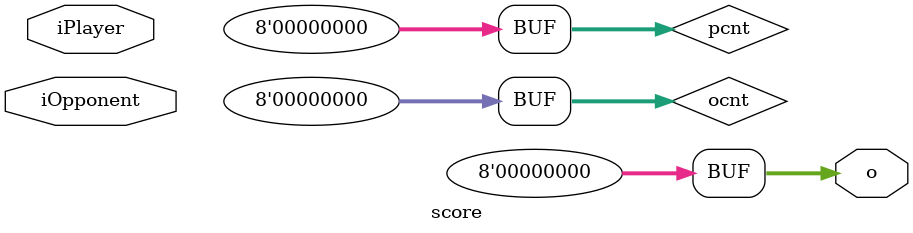
<source format=sv>
module score(
  input wire [63:0] iPlayer,
  input wire [63:0] iOpponent,
  output wire signed [7:0] o
);

reg [7:0] pcnt;
reg [7:0] ocnt;

popcount PCNT(
  .x(iPlayer),
  .o(pcnt[5:0])
);

popcount OCNT(
  .x(iOpponent),
  .o(ocnt[5:0])
);

assign o = pcnt == ocnt ? 0 : (pcnt > ocnt ? 8'd64 - (ocnt << 1) : -8'd64 + (pcnt << 1));

initial begin
  pcnt <= 0;
  ocnt <= 0;
end
endmodule

</source>
